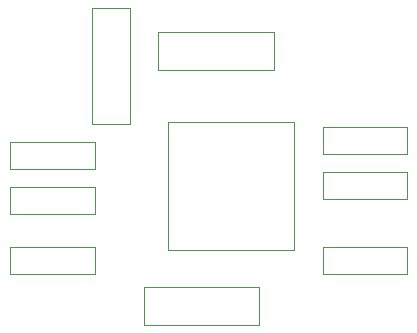
<source format=gbr>
G04 #@! TF.FileFunction,Other,User*
%FSLAX46Y46*%
G04 Gerber Fmt 4.6, Leading zero omitted, Abs format (unit mm)*
G04 Created by KiCad (PCBNEW 4.0.7) date 01/29/19 22:56:24*
%MOMM*%
%LPD*%
G01*
G04 APERTURE LIST*
%ADD10C,0.100000*%
%ADD11C,0.050000*%
G04 APERTURE END LIST*
D10*
D11*
X138550000Y-75050000D02*
X138550000Y-77350000D01*
X138550000Y-77350000D02*
X145700000Y-77350000D01*
X145700000Y-77350000D02*
X145700000Y-75050000D01*
X145700000Y-75050000D02*
X138550000Y-75050000D01*
X119260000Y-87510000D02*
X119260000Y-85210000D01*
X119260000Y-85210000D02*
X112110000Y-85210000D01*
X112110000Y-85210000D02*
X112110000Y-87510000D01*
X112110000Y-87510000D02*
X119260000Y-87510000D01*
X119260000Y-82430000D02*
X119260000Y-80130000D01*
X119260000Y-80130000D02*
X112110000Y-80130000D01*
X112110000Y-80130000D02*
X112110000Y-82430000D01*
X112110000Y-82430000D02*
X119260000Y-82430000D01*
X138550000Y-78860000D02*
X138550000Y-81160000D01*
X138550000Y-81160000D02*
X145700000Y-81160000D01*
X145700000Y-81160000D02*
X145700000Y-78860000D01*
X145700000Y-78860000D02*
X138550000Y-78860000D01*
X134400000Y-70180000D02*
X134400000Y-66980000D01*
X134400000Y-66980000D02*
X124650000Y-66980000D01*
X124650000Y-66980000D02*
X124650000Y-70180000D01*
X124650000Y-70180000D02*
X134400000Y-70180000D01*
X122250000Y-64990000D02*
X119050000Y-64990000D01*
X119050000Y-64990000D02*
X119050000Y-74740000D01*
X119050000Y-74740000D02*
X122250000Y-74740000D01*
X122250000Y-74740000D02*
X122250000Y-64990000D01*
X123410000Y-88570000D02*
X123410000Y-91770000D01*
X123410000Y-91770000D02*
X133160000Y-91770000D01*
X133160000Y-91770000D02*
X133160000Y-88570000D01*
X133160000Y-88570000D02*
X123410000Y-88570000D01*
X125450000Y-74600000D02*
X125450000Y-85400000D01*
X125450000Y-85400000D02*
X136150000Y-85400000D01*
X136150000Y-85400000D02*
X136150000Y-74600000D01*
X136150000Y-74600000D02*
X125450000Y-74600000D01*
X119260000Y-78620000D02*
X119260000Y-76320000D01*
X119260000Y-76320000D02*
X112110000Y-76320000D01*
X112110000Y-76320000D02*
X112110000Y-78620000D01*
X112110000Y-78620000D02*
X119260000Y-78620000D01*
X138550000Y-85210000D02*
X138550000Y-87510000D01*
X138550000Y-87510000D02*
X145700000Y-87510000D01*
X145700000Y-87510000D02*
X145700000Y-85210000D01*
X145700000Y-85210000D02*
X138550000Y-85210000D01*
M02*

</source>
